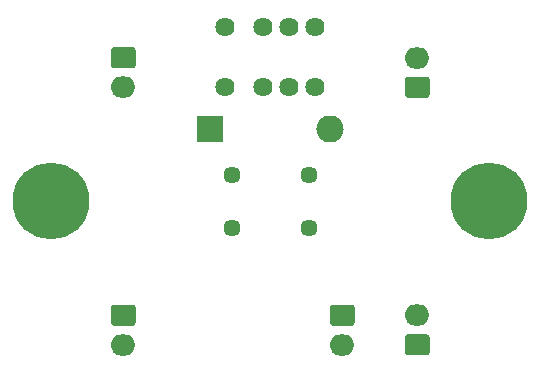
<source format=gbs>
%TF.GenerationSoftware,KiCad,Pcbnew,5.1.6-c6e7f7d~87~ubuntu18.04.1*%
%TF.CreationDate,2020-08-08T17:14:56-07:00*%
%TF.ProjectId,Cough-GoNoGo,436f7567-682d-4476-9f4e-6f476f2e6b69,A.01*%
%TF.SameCoordinates,Original*%
%TF.FileFunction,Soldermask,Bot*%
%TF.FilePolarity,Negative*%
%FSLAX46Y46*%
G04 Gerber Fmt 4.6, Leading zero omitted, Abs format (unit mm)*
G04 Created by KiCad (PCBNEW 5.1.6-c6e7f7d~87~ubuntu18.04.1) date 2020-08-08 17:14:56*
%MOMM*%
%LPD*%
G01*
G04 APERTURE LIST*
%ADD10C,6.501600*%
%ADD11O,2.101600X1.801600*%
%ADD12R,2.301600X2.301600*%
%ADD13O,2.301600X2.301600*%
%ADD14C,1.625600*%
%ADD15C,1.451600*%
G04 APERTURE END LIST*
D10*
%TO.C,H2*%
X168402000Y-110490000D03*
%TD*%
%TO.C,H1*%
X131318000Y-110490000D03*
%TD*%
%TO.C,CN1*%
G36*
G01*
X136628141Y-97437200D02*
X138199859Y-97437200D01*
G75*
G02*
X138464800Y-97702141I0J-264941D01*
G01*
X138464800Y-98973859D01*
G75*
G02*
X138199859Y-99238800I-264941J0D01*
G01*
X136628141Y-99238800D01*
G75*
G02*
X136363200Y-98973859I0J264941D01*
G01*
X136363200Y-97702141D01*
G75*
G02*
X136628141Y-97437200I264941J0D01*
G01*
G37*
D11*
X137414000Y-100838000D03*
%TD*%
%TO.C,CN2*%
G36*
G01*
X136628141Y-119241200D02*
X138199859Y-119241200D01*
G75*
G02*
X138464800Y-119506141I0J-264941D01*
G01*
X138464800Y-120777859D01*
G75*
G02*
X138199859Y-121042800I-264941J0D01*
G01*
X136628141Y-121042800D01*
G75*
G02*
X136363200Y-120777859I0J264941D01*
G01*
X136363200Y-119506141D01*
G75*
G02*
X136628141Y-119241200I264941J0D01*
G01*
G37*
X137414000Y-122642000D03*
%TD*%
%TO.C,CN3*%
G36*
G01*
X163091859Y-101738800D02*
X161520141Y-101738800D01*
G75*
G02*
X161255200Y-101473859I0J264941D01*
G01*
X161255200Y-100202141D01*
G75*
G02*
X161520141Y-99937200I264941J0D01*
G01*
X163091859Y-99937200D01*
G75*
G02*
X163356800Y-100202141I0J-264941D01*
G01*
X163356800Y-101473859D01*
G75*
G02*
X163091859Y-101738800I-264941J0D01*
G01*
G37*
X162306000Y-98338000D03*
%TD*%
%TO.C,CN4*%
X162306000Y-120142000D03*
G36*
G01*
X163091859Y-123542800D02*
X161520141Y-123542800D01*
G75*
G02*
X161255200Y-123277859I0J264941D01*
G01*
X161255200Y-122006141D01*
G75*
G02*
X161520141Y-121741200I264941J0D01*
G01*
X163091859Y-121741200D01*
G75*
G02*
X163356800Y-122006141I0J-264941D01*
G01*
X163356800Y-123277859D01*
G75*
G02*
X163091859Y-123542800I-264941J0D01*
G01*
G37*
%TD*%
%TO.C,CN5*%
G36*
G01*
X155170141Y-119241200D02*
X156741859Y-119241200D01*
G75*
G02*
X157006800Y-119506141I0J-264941D01*
G01*
X157006800Y-120777859D01*
G75*
G02*
X156741859Y-121042800I-264941J0D01*
G01*
X155170141Y-121042800D01*
G75*
G02*
X154905200Y-120777859I0J264941D01*
G01*
X154905200Y-119506141D01*
G75*
G02*
X155170141Y-119241200I264941J0D01*
G01*
G37*
X155956000Y-122642000D03*
%TD*%
D12*
%TO.C,D1*%
X144780000Y-104394000D03*
D13*
X154940000Y-104394000D03*
%TD*%
D14*
%TO.C,K1*%
X146050000Y-95758000D03*
X149260000Y-95758000D03*
X151460000Y-95758000D03*
X153660000Y-95758000D03*
X153660000Y-100838000D03*
X151460000Y-100838000D03*
X149260000Y-100838000D03*
X146060000Y-100838000D03*
%TD*%
D15*
%TO.C,S1*%
X153110000Y-112740000D03*
X153110000Y-108240000D03*
X146610000Y-108240000D03*
X146610000Y-112740000D03*
%TD*%
M02*

</source>
